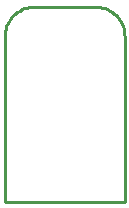
<source format=gbr>
G04 EAGLE Gerber RS-274X export*
G75*
%MOMM*%
%FSLAX34Y34*%
%LPD*%
%IN*%
%IPPOS*%
%AMOC8*
5,1,8,0,0,1.08239X$1,22.5*%
G01*
%ADD10C,0.254000*%


D10*
X0Y0D02*
X101600Y0D01*
X101600Y139700D01*
X101503Y141914D01*
X101214Y144111D01*
X100735Y146274D01*
X100068Y148387D01*
X99220Y150435D01*
X98197Y152400D01*
X97006Y154269D01*
X95658Y156027D01*
X94161Y157661D01*
X92527Y159158D01*
X90769Y160506D01*
X88900Y161697D01*
X86935Y162720D01*
X84887Y163568D01*
X82774Y164235D01*
X80611Y164714D01*
X78414Y165003D01*
X76200Y165100D01*
X25400Y165100D01*
X23186Y165003D01*
X20989Y164714D01*
X18826Y164235D01*
X16713Y163568D01*
X14666Y162720D01*
X12700Y161697D01*
X10831Y160506D01*
X9073Y159158D01*
X7440Y157661D01*
X5942Y156027D01*
X4594Y154269D01*
X3403Y152400D01*
X2380Y150435D01*
X1532Y148387D01*
X865Y146274D01*
X386Y144111D01*
X97Y141914D01*
X0Y139700D01*
X0Y0D01*
M02*

</source>
